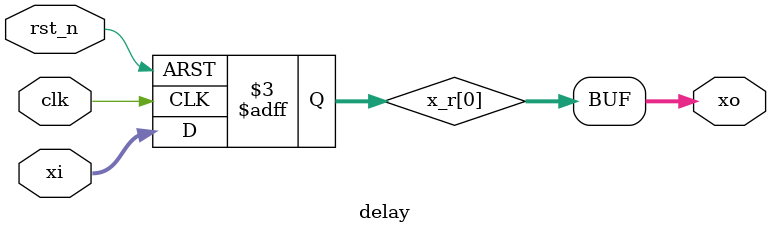
<source format=v>
`timescale 1ps/1ps
module delay #(parameter DW=8,DLT=1//DLT=delay time
) (
    input  [DW-1:0] xi,
    output [DW-1:0] xo,

    input clk,
    input rst_n
);
    
reg [DW-1:0] x_r [DLT-1:0];

genvar i;
generate
    for(i=0;i<DLT;i=i+1) begin:delay_gen
        always @(posedge clk or negedge rst_n) begin
            if(!rst_n)
                x_r[i] <= #0.1 0;
            else if(i==0)
                x_r[0] <=#0.1 xi;
            else
                x_r[i] <=#0.1  x_r[i-1];
        end
    end
endgenerate

assign xo = x_r[DLT-1];

endmodule
</source>
